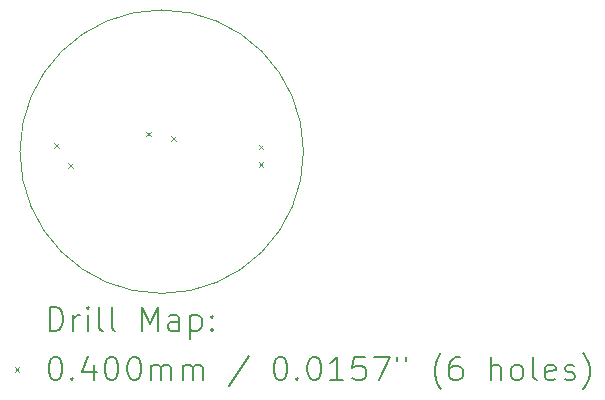
<source format=gbr>
%TF.GenerationSoftware,KiCad,Pcbnew,6.0.7-f9a2dced07~116~ubuntu20.04.1*%
%TF.CreationDate,2022-09-10T14:11:28+02:00*%
%TF.ProjectId,MateLightScrewCap,4d617465-4c69-4676-9874-536372657743,rev?*%
%TF.SameCoordinates,Original*%
%TF.FileFunction,Drillmap*%
%TF.FilePolarity,Positive*%
%FSLAX45Y45*%
G04 Gerber Fmt 4.5, Leading zero omitted, Abs format (unit mm)*
G04 Created by KiCad (PCBNEW 6.0.7-f9a2dced07~116~ubuntu20.04.1) date 2022-09-10 14:11:28*
%MOMM*%
%LPD*%
G01*
G04 APERTURE LIST*
%ADD10C,0.100000*%
%ADD11C,0.200000*%
%ADD12C,0.040000*%
G04 APERTURE END LIST*
D10*
X1200000Y0D02*
G75*
G03*
X1200000Y0I-1200000J0D01*
G01*
D11*
D12*
X-910000Y70000D02*
X-870000Y30000D01*
X-870000Y70000D02*
X-910000Y30000D01*
X-790000Y-100000D02*
X-750000Y-140000D01*
X-750000Y-100000D02*
X-790000Y-140000D01*
X-130000Y170000D02*
X-90000Y130000D01*
X-90000Y170000D02*
X-130000Y130000D01*
X80000Y130000D02*
X120000Y90000D01*
X120000Y130000D02*
X80000Y90000D01*
X820000Y60000D02*
X860000Y20000D01*
X860000Y60000D02*
X820000Y20000D01*
X820000Y-90000D02*
X860000Y-130000D01*
X860000Y-90000D02*
X820000Y-130000D01*
D11*
X-947381Y-1515476D02*
X-947381Y-1315476D01*
X-899762Y-1315476D01*
X-871190Y-1325000D01*
X-852143Y-1344048D01*
X-842619Y-1363095D01*
X-833095Y-1401190D01*
X-833095Y-1429762D01*
X-842619Y-1467857D01*
X-852143Y-1486905D01*
X-871190Y-1505952D01*
X-899762Y-1515476D01*
X-947381Y-1515476D01*
X-747381Y-1515476D02*
X-747381Y-1382143D01*
X-747381Y-1420238D02*
X-737857Y-1401190D01*
X-728333Y-1391667D01*
X-709286Y-1382143D01*
X-690238Y-1382143D01*
X-623571Y-1515476D02*
X-623571Y-1382143D01*
X-623571Y-1315476D02*
X-633095Y-1325000D01*
X-623571Y-1334524D01*
X-614048Y-1325000D01*
X-623571Y-1315476D01*
X-623571Y-1334524D01*
X-499762Y-1515476D02*
X-518809Y-1505952D01*
X-528333Y-1486905D01*
X-528333Y-1315476D01*
X-395000Y-1515476D02*
X-414048Y-1505952D01*
X-423571Y-1486905D01*
X-423571Y-1315476D01*
X-166429Y-1515476D02*
X-166429Y-1315476D01*
X-99762Y-1458333D01*
X-33095Y-1315476D01*
X-33095Y-1515476D01*
X147857Y-1515476D02*
X147857Y-1410714D01*
X138333Y-1391667D01*
X119286Y-1382143D01*
X81190Y-1382143D01*
X62143Y-1391667D01*
X147857Y-1505952D02*
X128809Y-1515476D01*
X81190Y-1515476D01*
X62143Y-1505952D01*
X52619Y-1486905D01*
X52619Y-1467857D01*
X62143Y-1448809D01*
X81190Y-1439286D01*
X128809Y-1439286D01*
X147857Y-1429762D01*
X243095Y-1382143D02*
X243095Y-1582143D01*
X243095Y-1391667D02*
X262143Y-1382143D01*
X300238Y-1382143D01*
X319286Y-1391667D01*
X328810Y-1401190D01*
X338333Y-1420238D01*
X338333Y-1477381D01*
X328810Y-1496428D01*
X319286Y-1505952D01*
X300238Y-1515476D01*
X262143Y-1515476D01*
X243095Y-1505952D01*
X424048Y-1496428D02*
X433571Y-1505952D01*
X424048Y-1515476D01*
X414524Y-1505952D01*
X424048Y-1496428D01*
X424048Y-1515476D01*
X424048Y-1391667D02*
X433571Y-1401190D01*
X424048Y-1410714D01*
X414524Y-1401190D01*
X424048Y-1391667D01*
X424048Y-1410714D01*
D12*
X-1245000Y-1825000D02*
X-1205000Y-1865000D01*
X-1205000Y-1825000D02*
X-1245000Y-1865000D01*
D11*
X-909286Y-1735476D02*
X-890238Y-1735476D01*
X-871190Y-1745000D01*
X-861667Y-1754524D01*
X-852143Y-1773571D01*
X-842619Y-1811667D01*
X-842619Y-1859286D01*
X-852143Y-1897381D01*
X-861667Y-1916428D01*
X-871190Y-1925952D01*
X-890238Y-1935476D01*
X-909286Y-1935476D01*
X-928333Y-1925952D01*
X-937857Y-1916428D01*
X-947381Y-1897381D01*
X-956905Y-1859286D01*
X-956905Y-1811667D01*
X-947381Y-1773571D01*
X-937857Y-1754524D01*
X-928333Y-1745000D01*
X-909286Y-1735476D01*
X-756905Y-1916428D02*
X-747381Y-1925952D01*
X-756905Y-1935476D01*
X-766428Y-1925952D01*
X-756905Y-1916428D01*
X-756905Y-1935476D01*
X-575952Y-1802143D02*
X-575952Y-1935476D01*
X-623571Y-1725952D02*
X-671190Y-1868809D01*
X-547381Y-1868809D01*
X-433095Y-1735476D02*
X-414048Y-1735476D01*
X-395000Y-1745000D01*
X-385476Y-1754524D01*
X-375952Y-1773571D01*
X-366428Y-1811667D01*
X-366428Y-1859286D01*
X-375952Y-1897381D01*
X-385476Y-1916428D01*
X-395000Y-1925952D01*
X-414048Y-1935476D01*
X-433095Y-1935476D01*
X-452143Y-1925952D01*
X-461667Y-1916428D01*
X-471190Y-1897381D01*
X-480714Y-1859286D01*
X-480714Y-1811667D01*
X-471190Y-1773571D01*
X-461667Y-1754524D01*
X-452143Y-1745000D01*
X-433095Y-1735476D01*
X-242619Y-1735476D02*
X-223571Y-1735476D01*
X-204524Y-1745000D01*
X-195000Y-1754524D01*
X-185476Y-1773571D01*
X-175952Y-1811667D01*
X-175952Y-1859286D01*
X-185476Y-1897381D01*
X-195000Y-1916428D01*
X-204524Y-1925952D01*
X-223571Y-1935476D01*
X-242619Y-1935476D01*
X-261667Y-1925952D01*
X-271190Y-1916428D01*
X-280714Y-1897381D01*
X-290238Y-1859286D01*
X-290238Y-1811667D01*
X-280714Y-1773571D01*
X-271190Y-1754524D01*
X-261667Y-1745000D01*
X-242619Y-1735476D01*
X-90238Y-1935476D02*
X-90238Y-1802143D01*
X-90238Y-1821190D02*
X-80714Y-1811667D01*
X-61667Y-1802143D01*
X-33095Y-1802143D01*
X-14048Y-1811667D01*
X-4524Y-1830714D01*
X-4524Y-1935476D01*
X-4524Y-1830714D02*
X5000Y-1811667D01*
X24048Y-1802143D01*
X52619Y-1802143D01*
X71667Y-1811667D01*
X81190Y-1830714D01*
X81190Y-1935476D01*
X176428Y-1935476D02*
X176428Y-1802143D01*
X176428Y-1821190D02*
X185952Y-1811667D01*
X205000Y-1802143D01*
X233571Y-1802143D01*
X252619Y-1811667D01*
X262143Y-1830714D01*
X262143Y-1935476D01*
X262143Y-1830714D02*
X271667Y-1811667D01*
X290714Y-1802143D01*
X319286Y-1802143D01*
X338333Y-1811667D01*
X347857Y-1830714D01*
X347857Y-1935476D01*
X738333Y-1725952D02*
X566905Y-1983095D01*
X995476Y-1735476D02*
X1014524Y-1735476D01*
X1033571Y-1745000D01*
X1043095Y-1754524D01*
X1052619Y-1773571D01*
X1062143Y-1811667D01*
X1062143Y-1859286D01*
X1052619Y-1897381D01*
X1043095Y-1916428D01*
X1033571Y-1925952D01*
X1014524Y-1935476D01*
X995476Y-1935476D01*
X976428Y-1925952D01*
X966905Y-1916428D01*
X957381Y-1897381D01*
X947857Y-1859286D01*
X947857Y-1811667D01*
X957381Y-1773571D01*
X966905Y-1754524D01*
X976428Y-1745000D01*
X995476Y-1735476D01*
X1147857Y-1916428D02*
X1157381Y-1925952D01*
X1147857Y-1935476D01*
X1138333Y-1925952D01*
X1147857Y-1916428D01*
X1147857Y-1935476D01*
X1281190Y-1735476D02*
X1300238Y-1735476D01*
X1319286Y-1745000D01*
X1328810Y-1754524D01*
X1338333Y-1773571D01*
X1347857Y-1811667D01*
X1347857Y-1859286D01*
X1338333Y-1897381D01*
X1328810Y-1916428D01*
X1319286Y-1925952D01*
X1300238Y-1935476D01*
X1281190Y-1935476D01*
X1262143Y-1925952D01*
X1252619Y-1916428D01*
X1243095Y-1897381D01*
X1233571Y-1859286D01*
X1233571Y-1811667D01*
X1243095Y-1773571D01*
X1252619Y-1754524D01*
X1262143Y-1745000D01*
X1281190Y-1735476D01*
X1538333Y-1935476D02*
X1424048Y-1935476D01*
X1481190Y-1935476D02*
X1481190Y-1735476D01*
X1462143Y-1764048D01*
X1443095Y-1783095D01*
X1424048Y-1792619D01*
X1719286Y-1735476D02*
X1624048Y-1735476D01*
X1614524Y-1830714D01*
X1624048Y-1821190D01*
X1643095Y-1811667D01*
X1690714Y-1811667D01*
X1709762Y-1821190D01*
X1719286Y-1830714D01*
X1728809Y-1849762D01*
X1728809Y-1897381D01*
X1719286Y-1916428D01*
X1709762Y-1925952D01*
X1690714Y-1935476D01*
X1643095Y-1935476D01*
X1624048Y-1925952D01*
X1614524Y-1916428D01*
X1795476Y-1735476D02*
X1928809Y-1735476D01*
X1843095Y-1935476D01*
X1995476Y-1735476D02*
X1995476Y-1773571D01*
X2071667Y-1735476D02*
X2071667Y-1773571D01*
X2366905Y-2011667D02*
X2357381Y-2002143D01*
X2338333Y-1973571D01*
X2328810Y-1954524D01*
X2319286Y-1925952D01*
X2309762Y-1878333D01*
X2309762Y-1840238D01*
X2319286Y-1792619D01*
X2328810Y-1764048D01*
X2338333Y-1745000D01*
X2357381Y-1716428D01*
X2366905Y-1706905D01*
X2528810Y-1735476D02*
X2490714Y-1735476D01*
X2471667Y-1745000D01*
X2462143Y-1754524D01*
X2443095Y-1783095D01*
X2433571Y-1821190D01*
X2433571Y-1897381D01*
X2443095Y-1916428D01*
X2452619Y-1925952D01*
X2471667Y-1935476D01*
X2509762Y-1935476D01*
X2528810Y-1925952D01*
X2538333Y-1916428D01*
X2547857Y-1897381D01*
X2547857Y-1849762D01*
X2538333Y-1830714D01*
X2528810Y-1821190D01*
X2509762Y-1811667D01*
X2471667Y-1811667D01*
X2452619Y-1821190D01*
X2443095Y-1830714D01*
X2433571Y-1849762D01*
X2785952Y-1935476D02*
X2785952Y-1735476D01*
X2871667Y-1935476D02*
X2871667Y-1830714D01*
X2862143Y-1811667D01*
X2843095Y-1802143D01*
X2814524Y-1802143D01*
X2795476Y-1811667D01*
X2785952Y-1821190D01*
X2995476Y-1935476D02*
X2976428Y-1925952D01*
X2966905Y-1916428D01*
X2957381Y-1897381D01*
X2957381Y-1840238D01*
X2966905Y-1821190D01*
X2976428Y-1811667D01*
X2995476Y-1802143D01*
X3024048Y-1802143D01*
X3043095Y-1811667D01*
X3052619Y-1821190D01*
X3062143Y-1840238D01*
X3062143Y-1897381D01*
X3052619Y-1916428D01*
X3043095Y-1925952D01*
X3024048Y-1935476D01*
X2995476Y-1935476D01*
X3176428Y-1935476D02*
X3157381Y-1925952D01*
X3147857Y-1906905D01*
X3147857Y-1735476D01*
X3328809Y-1925952D02*
X3309762Y-1935476D01*
X3271667Y-1935476D01*
X3252619Y-1925952D01*
X3243095Y-1906905D01*
X3243095Y-1830714D01*
X3252619Y-1811667D01*
X3271667Y-1802143D01*
X3309762Y-1802143D01*
X3328809Y-1811667D01*
X3338333Y-1830714D01*
X3338333Y-1849762D01*
X3243095Y-1868809D01*
X3414524Y-1925952D02*
X3433571Y-1935476D01*
X3471667Y-1935476D01*
X3490714Y-1925952D01*
X3500238Y-1906905D01*
X3500238Y-1897381D01*
X3490714Y-1878333D01*
X3471667Y-1868809D01*
X3443095Y-1868809D01*
X3424048Y-1859286D01*
X3414524Y-1840238D01*
X3414524Y-1830714D01*
X3424048Y-1811667D01*
X3443095Y-1802143D01*
X3471667Y-1802143D01*
X3490714Y-1811667D01*
X3566905Y-2011667D02*
X3576428Y-2002143D01*
X3595476Y-1973571D01*
X3605000Y-1954524D01*
X3614524Y-1925952D01*
X3624048Y-1878333D01*
X3624048Y-1840238D01*
X3614524Y-1792619D01*
X3605000Y-1764048D01*
X3595476Y-1745000D01*
X3576428Y-1716428D01*
X3566905Y-1706905D01*
M02*

</source>
